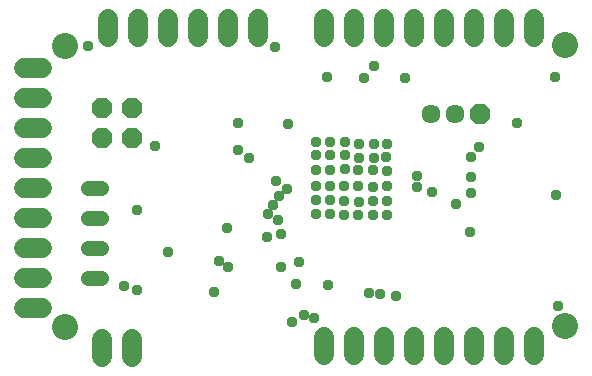
<source format=gbr>
G04 EAGLE Gerber RS-274X export*
G75*
%MOMM*%
%FSLAX34Y34*%
%LPD*%
%INSoldermask Bottom*%
%IPPOS*%
%AMOC8*
5,1,8,0,0,1.08239X$1,22.5*%
G01*
%ADD10C,2.203200*%
%ADD11C,1.311200*%
%ADD12C,1.611200*%
%ADD13P,1.869504X8X22.500000*%
%ADD14C,1.727200*%
%ADD15P,1.869504X8X292.500000*%
%ADD16C,0.959600*%


D10*
X584860Y133579D03*
X584581Y371399D03*
X161468Y371196D03*
X161620Y133198D03*
D11*
X180642Y250952D02*
X191722Y250952D01*
X191722Y225552D02*
X180642Y225552D01*
X180642Y200152D02*
X191722Y200152D01*
X191722Y174752D02*
X180642Y174752D01*
D12*
X471330Y313182D03*
X491330Y313182D03*
D13*
X513080Y313436D03*
D14*
X198120Y378460D02*
X198120Y393700D01*
X223520Y393700D02*
X223520Y378460D01*
X248920Y378460D02*
X248920Y393700D01*
X274320Y393700D02*
X274320Y378460D01*
X299720Y378460D02*
X299720Y393700D01*
X325120Y393700D02*
X325120Y378460D01*
X142240Y149352D02*
X127000Y149352D01*
X127000Y174752D02*
X142240Y174752D01*
X142240Y200152D02*
X127000Y200152D01*
X127000Y225552D02*
X142240Y225552D01*
X142240Y250952D02*
X127000Y250952D01*
X127000Y276352D02*
X142240Y276352D01*
X142240Y301752D02*
X127000Y301752D01*
X127000Y327152D02*
X142240Y327152D01*
X142240Y352552D02*
X127000Y352552D01*
D15*
X192532Y318008D03*
X217932Y318008D03*
X192532Y292608D03*
X217932Y292608D03*
D14*
X217932Y122936D02*
X217932Y107696D01*
X192532Y107696D02*
X192532Y122936D01*
X380492Y378206D02*
X380492Y393446D01*
X405892Y393446D02*
X405892Y378206D01*
X431292Y378206D02*
X431292Y393446D01*
X456692Y393446D02*
X456692Y378206D01*
X482092Y378206D02*
X482092Y393446D01*
X507492Y393446D02*
X507492Y378206D01*
X532892Y378206D02*
X532892Y393446D01*
X558292Y393446D02*
X558292Y378206D01*
X380492Y124206D02*
X380492Y108966D01*
X405892Y108966D02*
X405892Y124206D01*
X431292Y124206D02*
X431292Y108966D01*
X456692Y108966D02*
X456692Y124206D01*
X482092Y124206D02*
X482092Y108966D01*
X507492Y108966D02*
X507492Y124206D01*
X532892Y124206D02*
X532892Y108966D01*
X558292Y108966D02*
X558292Y124206D01*
D16*
X423164Y353873D03*
X372694Y140564D03*
X428015Y161315D03*
X505028Y246532D03*
X512013Y285422D03*
X308026Y282600D03*
X363525Y143281D03*
X384048Y168910D03*
X383540Y344399D03*
X359664Y188239D03*
X332740Y209550D03*
X472008Y247447D03*
X248666Y196088D03*
X340451Y256553D03*
X349595Y250082D03*
X342468Y244284D03*
X337429Y236667D03*
X333019Y228676D03*
X341398Y223258D03*
X299796Y183642D03*
X222504Y164592D03*
X356616Y169037D03*
X459311Y260588D03*
X350241Y305206D03*
X317195Y275717D03*
X298962Y216404D03*
X459461Y251435D03*
X181178Y371221D03*
X237566Y285902D03*
X339598Y370332D03*
X307670Y305562D03*
X343916Y211328D03*
X343916Y183642D03*
X222504Y232410D03*
X414553Y343586D03*
X448970Y343408D03*
X504924Y260350D03*
X505460Y277114D03*
X287528Y162585D03*
X418744Y161900D03*
X441300Y159258D03*
X504698Y213614D03*
X353314Y136906D03*
X423164Y288290D03*
X373888Y289814D03*
X373634Y240538D03*
X373634Y228600D03*
X373888Y278384D03*
X386080Y228600D03*
X373888Y266192D03*
X373888Y252730D03*
X410210Y288290D03*
X398780Y289306D03*
X385826Y289560D03*
X386080Y278384D03*
X385826Y266192D03*
X385826Y252476D03*
X386080Y240284D03*
X398018Y228092D03*
X397764Y239268D03*
X397256Y252730D03*
X398272Y266446D03*
X398780Y278384D03*
X410210Y276352D03*
X409448Y265938D03*
X409448Y252222D03*
X409956Y238760D03*
X409702Y228092D03*
X422148Y227838D03*
X422148Y240030D03*
X422148Y251714D03*
X434086Y251968D03*
X434340Y240030D03*
X434340Y227838D03*
X433832Y265176D03*
X433578Y276860D03*
X422656Y276352D03*
X422402Y265684D03*
X434086Y288290D03*
X544068Y305308D03*
X577393Y244348D03*
X578917Y150622D03*
X492518Y236916D03*
X576123Y344932D03*
X292151Y189225D03*
X211074Y167640D03*
M02*

</source>
